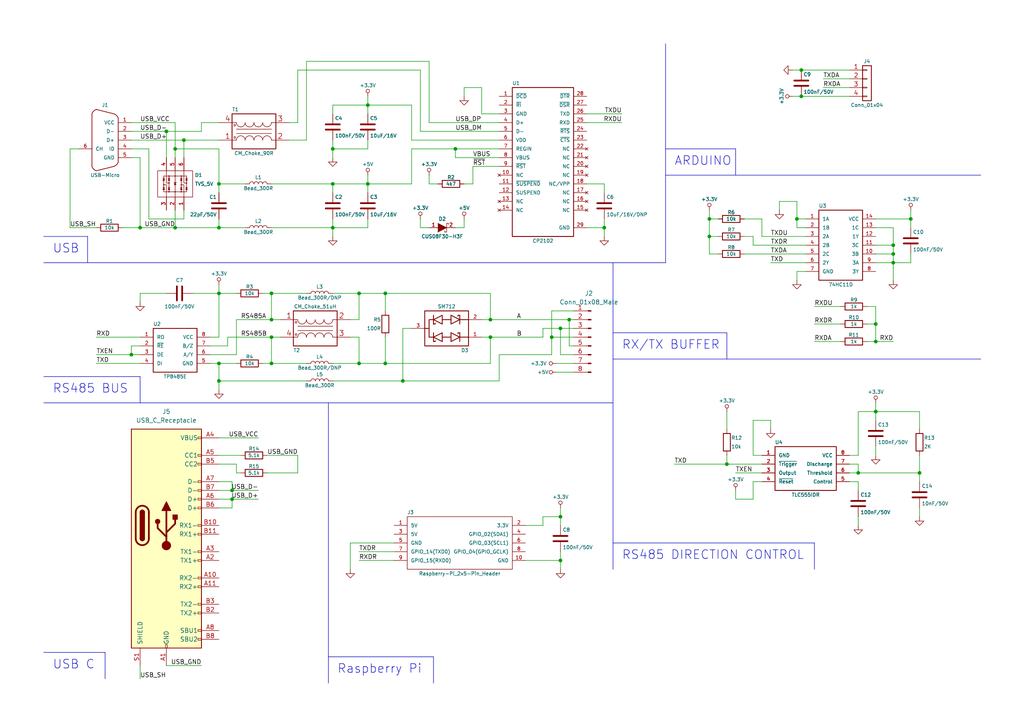
<source format=kicad_sch>
(kicad_sch (version 20230121) (generator eeschema)
  (paper "A4")
  (title_block (title "RS485 Hat V4") (date "2021-07-08") (rev "1"))
  (junction (at 210.82 134.62))
  (junction (at 254 99.06))
  (junction (at 205.74 63.5))
  (junction (at 63.5 53.34))
  (junction (at 63.5 85.09))
  (junction (at 116.84 110.49))
  (junction (at 162.56 149.86))
  (junction (at 142.24 92.71))
  (junction (at 106.68 53.34))
  (junction (at 63.5 105.41))
  (junction (at 78.74 85.09))
  (junction (at 248.92 137.16))
  (junction (at 96.52 66.04))
  (junction (at 259.08 73.66))
  (junction (at 104.14 85.09))
  (junction (at 205.74 68.58))
  (junction (at 266.7 137.16))
  (junction (at 78.74 92.71))
  (junction (at 50.8 43.18))
  (junction (at 264.16 63.5))
  (junction (at 40.64 66.04))
  (junction (at 254 93.98))
  (junction (at 259.08 76.2))
  (junction (at 259.08 71.12))
  (junction (at 67.31 142.24))
  (junction (at 232.41 27.94))
  (junction (at 96.52 53.34))
  (junction (at 106.68 30.48))
  (junction (at 232.41 20.32))
  (junction (at 162.56 162.56))
  (junction (at 162.56 95.25))
  (junction (at 53.34 40.64))
  (junction (at 38.1 102.87))
  (junction (at 48.26 38.1))
  (junction (at 111.76 105.41))
  (junction (at 142.24 97.79))
  (junction (at 160.02 97.79))
  (junction (at 67.31 144.78))
  (junction (at 50.8 66.04))
  (junction (at 104.14 105.41))
  (junction (at 165.1 92.71))
  (junction (at 63.5 110.49))
  (junction (at 78.74 97.79))
  (junction (at 175.26 66.04))
  (junction (at 96.52 43.18))
  (junction (at 132.08 43.18))
  (junction (at 254 119.38))
  (junction (at 231.14 63.5))
  (junction (at 63.5 66.04))
  (junction (at 78.74 105.41))
  (junction (at 111.76 85.09))
  (wire (pts (xy 20.32 43.18) (xy 20.32 66.04)))
  (wire (pts (xy 124.46 35.56) (xy 124.46 17.78)))
  (wire (pts (xy 162.56 160.02) (xy 162.56 162.56)))
  (wire (pts (xy 96.52 43.18) (xy 96.52 45.72)))
  (wire (pts (xy 96.52 105.41) (xy 104.14 105.41)))
  (wire (pts (xy 63.5 97.79) (xy 60.96 97.79)))
  (wire (pts (xy 63.5 85.09) (xy 68.58 85.09)))
  (polyline (pts (xy 213.36 50.8) (xy 213.36 43.18)))
  (wire (pts (xy 142.24 92.71) (xy 142.24 85.09)))
  (wire (pts (xy 205.74 73.66) (xy 208.28 73.66)))
  (wire (pts (xy 60.96 102.87) (xy 68.58 102.87)))
  (wire (pts (xy 96.52 30.48) (xy 106.68 30.48)))
  (wire (pts (xy 259.08 99.06) (xy 254 99.06)))
  (wire (pts (xy 236.22 99.06) (xy 243.84 99.06)))
  (wire (pts (xy 55.88 85.09) (xy 63.5 85.09)))
  (wire (pts (xy 175.26 66.04) (xy 175.26 63.5)))
  (wire (pts (xy 132.08 45.72) (xy 132.08 43.18)))
  (wire (pts (xy 236.22 93.98) (xy 243.84 93.98)))
  (wire (pts (xy 104.14 160.02) (xy 114.3 160.02)))
  (wire (pts (xy 63.5 134.62) (xy 68.58 134.62)))
  (wire (pts (xy 236.22 88.9) (xy 243.84 88.9)))
  (wire (pts (xy 218.44 68.58) (xy 218.44 71.12)))
  (wire (pts (xy 43.18 43.18) (xy 43.18 63.5)))
  (polyline (pts (xy 12.7 116.84) (xy 177.8 116.84)))
  (wire (pts (xy 96.52 33.02) (xy 96.52 30.48)))
  (wire (pts (xy 124.46 50.8) (xy 124.46 53.34)))
  (polyline (pts (xy 25.4 68.58) (xy 12.7 68.58)))
  (wire (pts (xy 226.06 58.42) (xy 226.06 60.96)))
  (wire (pts (xy 68.58 102.87) (xy 68.58 92.71)))
  (wire (pts (xy 96.52 40.64) (xy 96.52 43.18)))
  (wire (pts (xy 231.14 78.74) (xy 233.68 78.74)))
  (wire (pts (xy 266.7 137.16) (xy 266.7 139.7)))
  (wire (pts (xy 48.26 85.09) (xy 40.64 85.09)))
  (wire (pts (xy 139.7 25.4) (xy 134.62 25.4)))
  (wire (pts (xy 254 93.98) (xy 254 88.9)))
  (wire (pts (xy 121.92 20.32) (xy 121.92 38.1)))
  (wire (pts (xy 63.5 53.34) (xy 63.5 55.88)))
  (wire (pts (xy 116.84 110.49) (xy 144.78 110.49)))
  (wire (pts (xy 248.92 134.62) (xy 248.92 137.16)))
  (wire (pts (xy 223.52 121.92) (xy 223.52 124.46)))
  (wire (pts (xy 213.36 144.78) (xy 218.44 144.78)))
  (wire (pts (xy 86.36 137.16) (xy 86.36 132.08)))
  (wire (pts (xy 121.92 66.04) (xy 124.46 66.04)))
  (wire (pts (xy 161.29 105.41) (xy 166.37 105.41)))
  (wire (pts (xy 119.38 40.64) (xy 144.78 40.64)))
  (wire (pts (xy 220.98 63.5) (xy 215.9 63.5)))
  (wire (pts (xy 254 116.84) (xy 254 119.38)))
  (wire (pts (xy 259.08 66.04) (xy 254 66.04)))
  (wire (pts (xy 254 119.38) (xy 266.7 119.38)))
  (wire (pts (xy 144.78 33.02) (xy 139.7 33.02)))
  (wire (pts (xy 157.48 152.4) (xy 152.4 152.4)))
  (wire (pts (xy 114.3 157.48) (xy 101.6 157.48)))
  (wire (pts (xy 215.9 73.66) (xy 233.68 73.66)))
  (wire (pts (xy 88.9 40.64) (xy 83.82 40.64)))
  (wire (pts (xy 63.5 63.5) (xy 63.5 66.04)))
  (wire (pts (xy 218.44 71.12) (xy 233.68 71.12)))
  (wire (pts (xy 68.58 137.16) (xy 69.85 137.16)))
  (wire (pts (xy 160.02 90.17) (xy 166.37 90.17)))
  (wire (pts (xy 111.76 105.41) (xy 111.76 97.79)))
  (wire (pts (xy 106.68 53.34) (xy 106.68 55.88)))
  (wire (pts (xy 116.84 95.25) (xy 116.84 110.49)))
  (wire (pts (xy 106.68 53.34) (xy 96.52 53.34)))
  (wire (pts (xy 142.24 105.41) (xy 142.24 97.79)))
  (polyline (pts (xy 193.04 76.2) (xy 12.7 76.2)))
  (wire (pts (xy 20.32 66.04) (xy 27.94 66.04)))
  (wire (pts (xy 218.44 121.92) (xy 223.52 121.92)))
  (polyline (pts (xy 125.73 198.12) (xy 125.73 190.5)))
  (wire (pts (xy 231.14 63.5) (xy 233.68 63.5)))
  (wire (pts (xy 137.16 53.34) (xy 134.62 53.34)))
  (wire (pts (xy 251.46 99.06) (xy 254 99.06)))
  (wire (pts (xy 180.34 35.56) (xy 170.18 35.56)))
  (wire (pts (xy 63.5 139.7) (xy 67.31 139.7)))
  (wire (pts (xy 144.78 110.49) (xy 144.78 102.87)))
  (wire (pts (xy 40.64 45.72) (xy 38.1 45.72)))
  (polyline (pts (xy 193.04 76.2) (xy 193.04 12.7)))
  (wire (pts (xy 63.5 105.41) (xy 63.5 110.49)))
  (wire (pts (xy 205.74 63.5) (xy 205.74 68.58)))
  (wire (pts (xy 144.78 43.18) (xy 132.08 43.18)))
  (wire (pts (xy 50.8 35.56) (xy 38.1 35.56)))
  (wire (pts (xy 215.9 68.58) (xy 218.44 68.58)))
  (wire (pts (xy 238.76 25.4) (xy 246.38 25.4)))
  (wire (pts (xy 144.78 35.56) (xy 124.46 35.56)))
  (wire (pts (xy 160.02 102.87) (xy 160.02 97.79)))
  (wire (pts (xy 132.08 66.04) (xy 134.62 66.04)))
  (wire (pts (xy 162.56 147.32) (xy 162.56 149.86)))
  (wire (pts (xy 254 129.54) (xy 254 132.08)))
  (wire (pts (xy 246.38 134.62) (xy 248.92 134.62)))
  (wire (pts (xy 248.92 119.38) (xy 248.92 132.08)))
  (wire (pts (xy 266.7 119.38) (xy 266.7 124.46)))
  (wire (pts (xy 78.74 85.09) (xy 88.9 85.09)))
  (wire (pts (xy 124.46 17.78) (xy 88.9 17.78)))
  (wire (pts (xy 104.14 162.56) (xy 114.3 162.56)))
  (wire (pts (xy 208.28 63.5) (xy 205.74 63.5)))
  (wire (pts (xy 58.42 38.1) (xy 58.42 35.56)))
  (wire (pts (xy 248.92 137.16) (xy 266.7 137.16)))
  (wire (pts (xy 231.14 63.5) (xy 231.14 58.42)))
  (wire (pts (xy 218.44 132.08) (xy 218.44 121.92)))
  (wire (pts (xy 71.12 66.04) (xy 63.5 66.04)))
  (wire (pts (xy 229.87 20.32) (xy 232.41 20.32)))
  (wire (pts (xy 208.28 68.58) (xy 205.74 68.58)))
  (wire (pts (xy 233.68 66.04) (xy 231.14 66.04)))
  (wire (pts (xy 231.14 66.04) (xy 231.14 63.5)))
  (wire (pts (xy 106.68 30.48) (xy 106.68 33.02)))
  (wire (pts (xy 63.5 132.08) (xy 69.85 132.08)))
  (polyline (pts (xy 210.82 96.52) (xy 177.8 96.52)))
  (wire (pts (xy 166.37 102.87) (xy 162.56 102.87)))
  (wire (pts (xy 67.31 142.24) (xy 74.93 142.24)))
  (wire (pts (xy 48.26 193.04) (xy 58.42 193.04)))
  (wire (pts (xy 161.29 107.95) (xy 166.37 107.95)))
  (wire (pts (xy 162.56 149.86) (xy 157.48 149.86)))
  (wire (pts (xy 68.58 134.62) (xy 68.58 137.16)))
  (wire (pts (xy 63.5 43.18) (xy 63.5 53.34)))
  (wire (pts (xy 170.18 53.34) (xy 175.26 53.34)))
  (wire (pts (xy 259.08 73.66) (xy 259.08 71.12)))
  (wire (pts (xy 259.08 71.12) (xy 259.08 66.04)))
  (wire (pts (xy 111.76 85.09) (xy 142.24 85.09)))
  (wire (pts (xy 77.47 132.08) (xy 86.36 132.08)))
  (wire (pts (xy 111.76 105.41) (xy 142.24 105.41)))
  (wire (pts (xy 38.1 102.87) (xy 40.64 102.87)))
  (wire (pts (xy 27.94 97.79) (xy 40.64 97.79)))
  (wire (pts (xy 78.74 97.79) (xy 81.28 97.79)))
  (wire (pts (xy 67.31 147.32) (xy 67.31 144.78)))
  (wire (pts (xy 96.52 66.04) (xy 96.52 68.58)))
  (wire (pts (xy 180.34 33.02) (xy 170.18 33.02)))
  (wire (pts (xy 40.64 66.04) (xy 40.64 45.72)))
  (wire (pts (xy 121.92 63.5) (xy 121.92 66.04)))
  (wire (pts (xy 106.68 43.18) (xy 106.68 40.64)))
  (wire (pts (xy 53.34 63.5) (xy 53.34 60.96)))
  (wire (pts (xy 78.74 97.79) (xy 78.74 105.41)))
  (polyline (pts (xy 236.22 165.1) (xy 236.22 157.48)))
  (wire (pts (xy 157.48 97.79) (xy 157.48 95.25)))
  (wire (pts (xy 246.38 137.16) (xy 248.92 137.16)))
  (wire (pts (xy 38.1 102.87) (xy 38.1 100.33)))
  (wire (pts (xy 134.62 25.4) (xy 134.62 27.94)))
  (wire (pts (xy 210.82 119.38) (xy 210.82 124.46)))
  (wire (pts (xy 22.86 43.18) (xy 20.32 43.18)))
  (wire (pts (xy 63.5 66.04) (xy 50.8 66.04)))
  (wire (pts (xy 66.04 97.79) (xy 78.74 97.79)))
  (wire (pts (xy 48.26 38.1) (xy 58.42 38.1)))
  (polyline (pts (xy 213.36 43.18) (xy 193.04 43.18)))
  (wire (pts (xy 248.92 132.08) (xy 246.38 132.08)))
  (wire (pts (xy 96.52 43.18) (xy 106.68 43.18)))
  (wire (pts (xy 139.7 97.79) (xy 142.24 97.79)))
  (wire (pts (xy 134.62 66.04) (xy 134.62 63.5)))
  (wire (pts (xy 104.14 85.09) (xy 104.14 92.71)))
  (polyline (pts (xy 177.8 165.1) (xy 177.8 76.2)))
  (wire (pts (xy 104.14 92.71) (xy 101.6 92.71)))
  (wire (pts (xy 162.56 149.86) (xy 162.56 152.4)))
  (wire (pts (xy 101.6 157.48) (xy 101.6 165.1)))
  (wire (pts (xy 259.08 76.2) (xy 259.08 73.66)))
  (wire (pts (xy 53.34 40.64) (xy 63.5 40.64)))
  (wire (pts (xy 38.1 40.64) (xy 53.34 40.64)))
  (wire (pts (xy 231.14 81.28) (xy 231.14 78.74)))
  (polyline (pts (xy 193.04 50.8) (xy 284.48 50.8)))
  (wire (pts (xy 43.18 63.5) (xy 53.34 63.5)))
  (wire (pts (xy 78.74 105.41) (xy 88.9 105.41)))
  (wire (pts (xy 248.92 149.86) (xy 248.92 152.4)))
  (polyline (pts (xy 25.4 76.2) (xy 25.4 68.58)))
  (wire (pts (xy 104.14 105.41) (xy 111.76 105.41)))
  (wire (pts (xy 144.78 102.87) (xy 160.02 102.87)))
  (wire (pts (xy 231.14 58.42) (xy 226.06 58.42)))
  (wire (pts (xy 137.16 48.26) (xy 144.78 48.26)))
  (wire (pts (xy 38.1 43.18) (xy 43.18 43.18)))
  (polyline (pts (xy 40.64 109.22) (xy 12.7 109.22)))
  (wire (pts (xy 121.92 38.1) (xy 144.78 38.1)))
  (wire (pts (xy 96.52 63.5) (xy 96.52 66.04)))
  (wire (pts (xy 264.16 76.2) (xy 259.08 76.2)))
  (wire (pts (xy 106.68 30.48) (xy 119.38 30.48)))
  (wire (pts (xy 63.5 110.49) (xy 63.5 113.03)))
  (wire (pts (xy 78.74 92.71) (xy 81.28 92.71)))
  (wire (pts (xy 67.31 144.78) (xy 74.93 144.78)))
  (wire (pts (xy 254 119.38) (xy 254 121.92)))
  (polyline (pts (xy 210.82 104.14) (xy 210.82 96.52)))
  (wire (pts (xy 50.8 43.18) (xy 63.5 43.18)))
  (polyline (pts (xy 125.73 190.5) (xy 95.25 190.5)))
  (wire (pts (xy 166.37 100.33) (xy 165.1 100.33)))
  (wire (pts (xy 76.2 105.41) (xy 78.74 105.41)))
  (wire (pts (xy 218.44 132.08) (xy 220.98 132.08)))
  (wire (pts (xy 248.92 142.24) (xy 248.92 139.7)))
  (wire (pts (xy 96.52 110.49) (xy 116.84 110.49)))
  (wire (pts (xy 264.16 73.66) (xy 264.16 76.2)))
  (polyline (pts (xy 40.64 116.84) (xy 40.64 109.22)))
  (wire (pts (xy 111.76 85.09) (xy 111.76 90.17)))
  (polyline (pts (xy 236.22 157.48) (xy 177.8 157.48)))
  (wire (pts (xy 254 71.12) (xy 259.08 71.12)))
  (wire (pts (xy 175.26 68.58) (xy 175.26 66.04)))
  (wire (pts (xy 66.04 100.33) (xy 66.04 97.79)))
  (wire (pts (xy 77.47 137.16) (xy 86.36 137.16)))
  (wire (pts (xy 232.41 27.94) (xy 229.87 27.94)))
  (wire (pts (xy 63.5 110.49) (xy 88.9 110.49)))
  (wire (pts (xy 119.38 53.34) (xy 119.38 43.18)))
  (wire (pts (xy 40.64 193.04) (xy 40.64 196.85)))
  (wire (pts (xy 142.24 92.71) (xy 165.1 92.71)))
  (wire (pts (xy 27.94 102.87) (xy 38.1 102.87)))
  (wire (pts (xy 76.2 85.09) (xy 78.74 85.09)))
  (wire (pts (xy 213.36 142.24) (xy 213.36 144.78)))
  (wire (pts (xy 170.18 66.04) (xy 175.26 66.04)))
  (wire (pts (xy 119.38 43.18) (xy 132.08 43.18)))
  (wire (pts (xy 264.16 60.96) (xy 264.16 63.5)))
  (wire (pts (xy 63.5 147.32) (xy 67.31 147.32)))
  (wire (pts (xy 60.96 105.41) (xy 63.5 105.41)))
  (wire (pts (xy 162.56 162.56) (xy 162.56 165.1)))
  (wire (pts (xy 139.7 33.02) (xy 139.7 25.4)))
  (wire (pts (xy 254 99.06) (xy 254 93.98)))
  (wire (pts (xy 96.52 53.34) (xy 78.74 53.34)))
  (wire (pts (xy 58.42 35.56) (xy 63.5 35.56)))
  (wire (pts (xy 266.7 147.32) (xy 266.7 149.86)))
  (wire (pts (xy 175.26 53.34) (xy 175.26 55.88)))
  (wire (pts (xy 38.1 38.1) (xy 48.26 38.1)))
  (wire (pts (xy 160.02 97.79) (xy 166.37 97.79)))
  (wire (pts (xy 63.5 82.55) (xy 63.5 85.09)))
  (wire (pts (xy 137.16 48.26) (xy 137.16 53.34)))
  (wire (pts (xy 165.1 100.33) (xy 165.1 92.71)))
  (wire (pts (xy 266.7 132.08) (xy 266.7 137.16)))
  (wire (pts (xy 205.74 68.58) (xy 205.74 73.66)))
  (wire (pts (xy 119.38 30.48) (xy 119.38 40.64)))
  (wire (pts (xy 40.64 105.41) (xy 27.94 105.41)))
  (wire (pts (xy 60.96 100.33) (xy 66.04 100.33)))
  (wire (pts (xy 142.24 97.79) (xy 157.48 97.79)))
  (wire (pts (xy 63.5 53.34) (xy 71.12 53.34)))
  (wire (pts (xy 162.56 102.87) (xy 162.56 95.25)))
  (wire (pts (xy 157.48 95.25) (xy 162.56 95.25)))
  (wire (pts (xy 78.74 85.09) (xy 78.74 92.71)))
  (wire (pts (xy 205.74 60.96) (xy 205.74 63.5)))
  (wire (pts (xy 96.52 55.88) (xy 96.52 53.34)))
  (wire (pts (xy 88.9 17.78) (xy 88.9 40.64)))
  (wire (pts (xy 232.41 27.94) (xy 246.38 27.94)))
  (wire (pts (xy 220.98 137.16) (xy 213.36 137.16)))
  (polyline (pts (xy 284.48 104.14) (xy 177.8 104.14)))
  (wire (pts (xy 104.14 97.79) (xy 104.14 105.41)))
  (wire (pts (xy 50.8 35.56) (xy 50.8 43.18)))
  (wire (pts (xy 152.4 162.56) (xy 162.56 162.56)))
  (wire (pts (xy 248.92 119.38) (xy 254 119.38)))
  (wire (pts (xy 104.14 85.09) (xy 111.76 85.09)))
  (wire (pts (xy 165.1 92.71) (xy 166.37 92.71)))
  (wire (pts (xy 248.92 139.7) (xy 246.38 139.7)))
  (wire (pts (xy 162.56 95.25) (xy 166.37 95.25)))
  (wire (pts (xy 116.84 95.25) (xy 119.38 95.25)))
  (wire (pts (xy 195.58 134.62) (xy 210.82 134.62)))
  (wire (pts (xy 48.26 38.1) (xy 48.26 45.72)))
  (wire (pts (xy 124.46 53.34) (xy 127 53.34)))
  (wire (pts (xy 106.68 27.94) (xy 106.68 30.48)))
  (wire (pts (xy 63.5 142.24) (xy 67.31 142.24)))
  (polyline (pts (xy 30.48 189.23) (xy 12.7 189.23)))
  (polyline (pts (xy 95.25 198.12) (xy 95.25 116.84)))
  (wire (pts (xy 35.56 66.04) (xy 40.64 66.04)))
  (wire (pts (xy 53.34 40.64) (xy 53.34 45.72)))
  (wire (pts (xy 106.68 50.8) (xy 106.68 53.34)))
  (wire (pts (xy 254 73.66) (xy 259.08 73.66)))
  (wire (pts (xy 40.64 85.09) (xy 40.64 87.63)))
  (wire (pts (xy 96.52 85.09) (xy 104.14 85.09)))
  (wire (pts (xy 106.68 63.5) (xy 106.68 66.04)))
  (wire (pts (xy 139.7 92.71) (xy 142.24 92.71)))
  (wire (pts (xy 160.02 97.79) (xy 160.02 90.17)))
  (wire (pts (xy 78.74 66.04) (xy 96.52 66.04)))
  (wire (pts (xy 63.5 144.78) (xy 67.31 144.78)))
  (wire (pts (xy 68.58 92.71) (xy 78.74 92.71)))
  (polyline (pts (xy 30.48 196.85) (xy 30.48 189.23)))
  (wire (pts (xy 259.08 81.28) (xy 259.08 76.2)))
  (wire (pts (xy 106.68 53.34) (xy 119.38 53.34)))
  (wire (pts (xy 63.5 105.41) (xy 68.58 105.41)))
  (wire (pts (xy 83.82 35.56) (xy 86.36 35.56)))
  (wire (pts (xy 50.8 66.04) (xy 40.64 66.04)))
  (wire (pts (xy 67.31 139.7) (xy 67.31 142.24)))
  (wire (pts (xy 220.98 139.7) (xy 218.44 139.7)))
  (wire (pts (xy 50.8 45.72) (xy 50.8 43.18)))
  (wire (pts (xy 223.52 76.2) (xy 233.68 76.2)))
  (wire (pts (xy 210.82 132.08) (xy 210.82 134.62)))
  (wire (pts (xy 251.46 93.98) (xy 254 93.98)))
  (wire (pts (xy 264.16 63.5) (xy 254 63.5)))
  (wire (pts (xy 254 76.2) (xy 259.08 76.2)))
  (wire (pts (xy 50.8 66.04) (xy 50.8 60.96)))
  (wire (pts (xy 63.5 85.09) (xy 63.5 97.79)))
  (wire (pts (xy 254 88.9) (xy 251.46 88.9)))
  (wire (pts (xy 220.98 68.58) (xy 220.98 63.5)))
  (wire (pts (xy 38.1 100.33) (xy 40.64 100.33)))
  (wire (pts (xy 132.08 45.72) (xy 144.78 45.72)))
  (wire (pts (xy 210.82 134.62) (xy 220.98 134.62)))
  (wire (pts (xy 264.16 63.5) (xy 264.16 66.04)))
  (wire (pts (xy 86.36 20.32) (xy 121.92 20.32)))
  (wire (pts (xy 232.41 20.32) (xy 246.38 20.32)))
  (wire (pts (xy 106.68 66.04) (xy 96.52 66.04)))
  (wire (pts (xy 157.48 149.86) (xy 157.48 152.4)))
  (wire (pts (xy 86.36 35.56) (xy 86.36 20.32)))
  (wire (pts (xy 63.5 127) (xy 74.93 127)))
  (wire (pts (xy 238.76 22.86) (xy 246.38 22.86)))
  (wire (pts (xy 218.44 144.78) (xy 218.44 139.7)))
  (wire (pts (xy 101.6 97.79) (xy 104.14 97.79)))
  (wire (pts (xy 220.98 68.58) (xy 233.68 68.58)))
  (text "Raspberry Pi" (at 97.79 195.58 0) (effects (font (size 2.54 2.54)) (justify left bottom)))
  (text "RS485 BUS" (at 15.24 114.3 0) (effects (font (size 2.54 2.54)) (justify left bottom)))
  (text "ARDUINO" (at 195.58 48.26 0) (effects (font (size 2.54 2.54)) (justify left bottom)))
  (text "RX/TX BUFFER" (at 180.34 101.6 0) (effects (font (size 2.54 2.54)) (justify left bottom)))
  (text "USB C" (at 15.24 194.31 0) (effects (font (size 2.54 2.54)) (justify left bottom)))
  (text "USB" (at 15.24 73.66 0) (effects (font (size 2.54 2.54)) (justify left bottom)))
  (text "RS485 DIRECTION CONTROL" (at 180.34 162.56 0) (effects (font (size 2.54 2.54)) (justify left bottom)))
  (label "USB_VCC" (at 40.64 35.56 0))
  (label "USB_GND" (at 58.42 193.04 180))
  (label "TXDU" (at 180.34 33.02 180))
  (label "RXD" (at 259.08 99.06 180))
  (label "RS485B" (at 69.85 97.79 0))
  (label "USB_D-" (at 74.93 142.24 180))
  (label "USB_DP" (at 132.08 35.56 0))
  (label "B" (at 149.86 97.79 0))
  (label "RXDR" (at 236.22 93.98 0))
  (label "USB_GND" (at 86.36 132.08 180))
  (label "VBUS" (at 137.16 45.72 0))
  (label "USB_D+" (at 40.64 40.64 0))
  (label "USB_GND" (at 41.91 66.04 0))
  (label "TXEN" (at 27.94 102.87 0))
  (label "RXDA" (at 236.22 99.06 0))
  (label "TXD" (at 223.52 76.2 0))
  (label "USB_D+" (at 74.93 144.78 180))
  (label "RXDA" (at 238.76 25.4 0))
  (label "RS485A" (at 69.85 92.71 0))
  (label "TXDA" (at 223.52 73.66 0))
  (label "RXD" (at 27.94 97.79 0))
  (label "TXDA" (at 238.76 22.86 0))
  (label "~{RST}" (at 137.16 48.26 0))
  (label "TXD" (at 27.94 105.41 0))
  (label "RXDR" (at 104.14 162.56 0))
  (label "TXDU" (at 223.52 68.58 0))
  (label "TXDR" (at 104.14 160.02 0))
  (label "A" (at 149.86 92.71 0))
  (label "TXDR" (at 223.52 71.12 0))
  (label "RXDU" (at 236.22 88.9 0))
  (label "TXD" (at 195.58 134.62 0))
  (label "TXEN" (at 213.36 137.16 0))
  (label "USB_DM" (at 132.08 38.1 0))
  (label "RXDU" (at 180.34 35.56 180))
  (label "USB_D-" (at 40.64 38.1 0))
  (label "USB_VCC" (at 74.93 127 180))
  (label "USB_SH" (at 20.32 66.04 0))
  (label "USB_SH" (at 40.64 196.85 0))
  (symbol (lib_id "Celebi:capacitor") (at 52.07 85.09 0) (unit 1)
    (property "Reference" "C7" (at 52.07 81.28 0) (effects (font (size 1.016 1.016))))
    (property "Value" "100nF/50V" (at 52.07 88.9 0) (effects (font (size 1.016 1.016))))
    (property "Footprint" "Celebi:SM0603C" (effects hide))
    (property "Tolerance" "10%" (effects hide))
    (property "Power" "_" (effects hide))
    (property "Manufacturer" "Samsung" (effects hide))
    (property "PartNumber" "CL10B104KB8WPNC" (effects hide))
    (property "Digikey" "1276-6854-1-ND" (effects hide))
    (property "LCSC" "C307348" (effects hide))
  )
  (symbol (lib_id "Celebi:TP8485E") (at 50.8 101.6 0) (unit 1)
    (property "Reference" "U2" (at 44.45 93.98 0) (effects (font (size 1.016 1.016)) (justify left)))
    (property "Value" "TP8485E" (at 50.8 109.22 0) (effects (font (size 1.016 1.016))))
    (property "Footprint" "Celebi:SO8_4x5_P1.27mm" (effects hide))
    (property "Tolerance" "_" (effects hide))
    (property "Power" "_" (effects hide))
    (property "Manufacturer" "3Peak" (effects hide))
    (property "PartNumber" "TP8485E-SR" (effects hide))
    (property "Digikey" "!MAX485ESA+TCT-ND" (effects hide))
    (property "LCSC" "C94206" (effects hide))
  )
  (symbol (lib_id "Celebi:GND") (at 63.5 113.03 0) (unit 1)
    (property "Reference" "#PWR019" (effects hide))
    (property "Value" "GND" (effects hide))
  )
  (symbol (lib_id "Celebi:resistor") (at 72.39 85.09 0) (unit 1)
    (property "Reference" "R3" (at 72.39 83.185 0) (effects (font (size 1.016 1.016))))
    (property "Value" "10k" (at 72.39 85.09 0) (effects (font (size 1.016 1.016))))
    (property "Footprint" "Celebi:SM0603" (effects hide))
    (property "Tolerance" "1%" (effects hide))
    (property "Power" "1/10W" (effects hide))
    (property "Manufacturer" "Yageo" (effects hide))
    (property "PartNumber" "RC0603FR-0710KL" (effects hide))
    (property "Digikey" "311-10.0KHRCT-ND" (effects hide))
    (property "LCSC" "C98220" (effects hide))
  )
  (symbol (lib_id "Celebi:resistor") (at 72.39 105.41 0) (unit 1)
    (property "Reference" "R4" (at 72.39 103.505 0) (effects (font (size 1.016 1.016))))
    (property "Value" "10k" (at 72.39 105.41 0) (effects (font (size 1.016 1.016))))
    (property "Footprint" "Celebi:SM0603" (effects hide))
    (property "Tolerance" "1%" (effects hide))
    (property "Power" "1/10W" (effects hide))
    (property "Manufacturer" "Yageo" (effects hide))
    (property "PartNumber" "RC0603FR-0710KL" (effects hide))
    (property "Digikey" "311-10.0KHRCT-ND" (effects hide))
    (property "LCSC" "C98220" (effects hide))
  )
  (symbol (lib_id "Celebi:+5V") (at 106.68 50.8 0) (unit 1)
    (property "Reference" "#PWR017" (effects hide))
    (property "Value" "+5V" (at 106.68 47.625 0) (effects (font (size 1.016 1.016))))
  )
  (symbol (lib_id "Celebi:GND") (at 40.64 87.63 0) (unit 1)
    (property "Reference" "#PWR018" (effects hide))
    (property "Value" "GND" (effects hide))
  )
  (symbol (lib_id "Celebi:Choke-CM-CNSW") (at 91.44 95.25 0) (mirror x) (unit 1)
    (property "Reference" "T2" (at 85.09 101.6 0) (effects (font (size 1.016 1.016)) (justify left)))
    (property "Value" "CM_Choke_51uH" (at 91.44 88.9 0) (effects (font (size 1.016 1.016))))
    (property "Footprint" "Celebi:tr-smd-WE-CNSW_1812" (effects hide))
    (property "Tolerance" "_" (effects hide))
    (property "Power" "0.23A" (effects hide))
    (property "Manufacturer" "Sunlord" (effects hide))
    (property "PartNumber" "ACW4532B-2-510TF" (effects hide))
    (property "Digikey" "!732-7290-1-ND" (effects hide))
    (property "LCSC" "C369764" (effects hide))
  )
  (symbol (lib_id "Celebi:resistor") (at 111.76 93.98 90) (mirror x) (unit 1)
    (property "Reference" "R5" (at 110.49 92.71 90) (effects (font (size 1.016 1.016)) (justify left)))
    (property "Value" "100R" (at 110.49 95.25 90) (effects (font (size 1.016 1.016)) (justify left)))
    (property "Footprint" "Celebi:SM0603" (effects hide))
    (property "Tolerance" "1%" (effects hide))
    (property "Power" "1/10W" (effects hide))
    (property "Manufacturer" "Yageo" (effects hide))
    (property "PartNumber" "RC0603FR-07100RL" (effects hide))
    (property "Digikey" "311-100HRCT-ND" (effects hide))
    (property "LCSC" "C105588" (effects hide))
  )
  (symbol (lib_id "Celebi:SM712") (at 129.54 95.25 180) (unit 1)
    (property "Reference" "D3" (at 135.89 101.6 0) (effects (font (size 1.016 1.016)) (justify left)))
    (property "Value" "SM712" (at 129.54 88.9 0) (effects (font (size 1.016 1.016))))
    (property "Footprint" "Celebi:SOT23-3" (effects hide))
    (property "Tolerance" "_" (effects hide))
    (property "Power" "400W" (effects hide))
    (property "Manufacturer" "DOWO" (effects hide))
    (property "PartNumber" "SM712" (effects hide))
    (property "Digikey" "!F6450CT-ND" (effects hide))
    (property "LCSC" "C293966" (effects hide))
  )
  (symbol (lib_id "Celebi:inductor") (at 92.71 85.09 0) (unit 1)
    (property "Reference" "L3" (at 92.71 83.185 0) (effects (font (size 1.016 1.016))))
    (property "Value" "Bead_300R/DNP" (at 92.71 86.36 0) (effects (font (size 1.016 1.016))))
    (property "Footprint" "Celebi:SM0603L" (effects hide))
    (property "Tolerance" "25%" (effects hide))
    (property "Power" "1.5A" (effects hide))
    (property "Manufacturer" "Guangdong_Fenghua_Advanced_Tech" (effects hide))
    (property "PartNumber" "CBM160808U301T" (effects hide))
    (property "Digikey" "!732-1592-1-ND" (effects hide))
    (property "LCSC" "C139165" (effects hide))
  )
  (symbol (lib_id "Celebi:inductor") (at 92.71 105.41 0) (unit 1)
    (property "Reference" "L4" (at 92.71 103.505 0) (effects (font (size 1.016 1.016))))
    (property "Value" "Bead_300R/DNP" (at 92.71 106.68 0) (effects (font (size 1.016 1.016))))
    (property "Footprint" "Celebi:SM0603L" (effects hide))
    (property "Tolerance" "25%" (effects hide))
    (property "Power" "1.5A" (effects hide))
    (property "Manufacturer" "Guangdong_Fenghua_Advanced_Tech" (effects hide))
    (property "PartNumber" "CBM160808U301T" (effects hide))
    (property "Digikey" "!732-1592-1-ND" (effects hide))
    (property "LCSC" "C139165" (effects hide))
  )
  (symbol (lib_id "Celebi:Conn_01x04") (at 251.46 24.13 0) (unit 1)
    (property "Reference" "J4" (at 251.46 17.78 0) (effects (font (size 1.016 1.016))))
    (property "Value" "Conn_01x04" (at 251.46 30.48 0) (effects (font (size 1.016 1.016))))
    (property "Footprint" "Connector_PinHeader_2.54mm:PinHeader_1x04_P2.54mm_Vertical" (effects hide))
    (property "Tolerance" "_" (effects hide))
    (property "Power" "3A" (effects hide))
    (property "Manufacturer" "Ckmtw" (effects hide))
    (property "PartNumber" "B-2100S04P-A110" (effects hide))
    (property "Digikey" "_" (effects hide))
    (property "LCSC" "C124378" (effects hide))
  )
  (symbol (lib_id "Celebi:Raspberry-Pi4_Reverse_10P") (at 133.35 157.48 0) (unit 1)
    (property "Reference" "J3" (at 118.11 148.59 0) (effects (font (size 1.016 1.016)) (justify left)))
    (property "Value" "Raspberry-Pi_2x5-Pin_Header" (at 133.35 166.37 0) (effects (font (size 1.016 1.016))))
    (property "Footprint" "Celebi:con-WR-PHD-61031021821" (effects hide))
    (property "Tolerance" "_" (effects hide))
    (property "Power" "_" (effects hide))
    (property "Manufacturer" "Boomele" (effects hide))
    (property "PartNumber" "C261072" (effects hide))
    (property "Digikey" "_" (effects hide))
    (property "LCSC" "C261072" (effects hide))
  )
  (symbol (lib_id "Celebi:resistor") (at 212.09 63.5 0) (unit 1)
    (property "Reference" "R6" (at 212.09 61.595 0) (effects (font (size 1.016 1.016))))
    (property "Value" "10k" (at 212.09 63.5 0) (effects (font (size 1.016 1.016))))
    (property "Footprint" "Celebi:SM0603" (effects hide))
    (property "Tolerance" "1%" (effects hide))
    (property "Power" "1/10W" (effects hide))
    (property "Manufacturer" "Yageo" (effects hide))
    (property "PartNumber" "RC0603FR-0710KL" (effects hide))
    (property "Digikey" "311-10.0KHRCT-ND" (effects hide))
    (property "LCSC" "C98220" (effects hide))
  )
  (symbol (lib_id "Celebi:capacitor") (at 162.56 156.21 270) (unit 1)
    (property "Reference" "C8" (at 163.195 153.67 90) (effects (font (size 1.016 1.016)) (justify left)))
    (property "Value" "100nF/50V" (at 163.195 158.75 90) (effects (font (size 1.016 1.016)) (justify left)))
    (property "Footprint" "Celebi:SM0603C" (effects hide))
    (property "Tolerance" "10%" (effects hide))
    (property "Power" "_" (effects hide))
    (property "Manufacturer" "Samsung" (effects hide))
    (property "PartNumber" "CL10B104KB8WPNC" (effects hide))
    (property "Digikey" "1276-6854-1-ND" (effects hide))
    (property "LCSC" "C307348" (effects hide))
  )
  (symbol (lib_id "Celebi:GND") (at 162.56 165.1 0) (mirror y) (unit 1)
    (property "Reference" "#PWR0104" (effects hide))
    (property "Value" "GND" (effects hide))
  )
  (symbol (lib_id "Celebi:Diode-Schottky") (at 128.27 66.04 0) (unit 1)
    (property "Reference" "D2" (at 128.27 63.5 0) (effects (font (size 1.016 1.016))))
    (property "Value" "CUS08F30-H3F" (at 128.27 68.58 0) (effects (font (size 1.016 1.016))))
    (property "Footprint" "Celebi:SOD323" (effects hide))
    (property "Tolerance" "_" (effects hide))
    (property "Power" "0.8A" (effects hide))
    (property "Manufacturer" "Toshiba" (effects hide))
    (property "PartNumber" "CUS08F30-H3F" (effects hide))
    (property "Digikey" "CUS08F30H3FCT-ND" (effects hide))
    (property "LCSC" "C150183" (effects hide))
  )
  (symbol (lib_id "Celebi:capacitor") (at 106.68 59.69 270) (unit 1)
    (property "Reference" "C3" (at 107.315 57.15 90) (effects (font (size 1.016 1.016)) (justify left)))
    (property "Value" "10uF/16V" (at 107.315 62.23 90) (effects (font (size 1.016 1.016)) (justify left)))
    (property "Footprint" "Celebi:SM0805C" (effects hide))
    (property "Tolerance" "10%" (effects hide))
    (property "Power" "_" (effects hide))
    (property "Manufacturer" "Samsung" (effects hide))
    (property "PartNumber" "CL21B106KOQNNNE" (effects hide))
    (property "Digikey" "1276-2872-1-ND" (effects hide))
    (property "LCSC" "C95841" (effects hide))
  )
  (symbol (lib_id "Celebi:resistor") (at 212.09 68.58 0) (unit 1)
    (property "Reference" "R7" (at 212.09 66.675 0) (effects (font (size 1.016 1.016))))
    (property "Value" "10k" (at 212.09 68.58 0) (effects (font (size 1.016 1.016))))
    (property "Footprint" "Celebi:SM0603" (effects hide))
    (property "Tolerance" "1%" (effects hide))
    (property "Power" "1/10W" (effects hide))
    (property "Manufacturer" "Yageo" (effects hide))
    (property "PartNumber" "RC0603FR-0710KL" (effects hide))
    (property "Digikey" "311-10.0KHRCT-ND" (effects hide))
    (property "LCSC" "C98220" (effects hide))
  )
  (symbol (lib_id "Celebi:GND") (at 101.6 165.1 0) (mirror y) (unit 1)
    (property "Reference" "#PWR0105" (effects hide))
    (property "Value" "GND" (effects hide))
  )
  (symbol (lib_id "Celebi:resistor") (at 212.09 73.66 0) (unit 1)
    (property "Reference" "R8" (at 212.09 71.755 0) (effects (font (size 1.016 1.016))))
    (property "Value" "10k" (at 212.09 73.66 0) (effects (font (size 1.016 1.016))))
    (property "Footprint" "Celebi:SM0603" (effects hide))
    (property "Tolerance" "1%" (effects hide))
    (property "Power" "1/10W" (effects hide))
    (property "Manufacturer" "Yageo" (effects hide))
    (property "PartNumber" "RC0603FR-0710KL" (effects hide))
    (property "Digikey" "311-10.0KHRCT-ND" (effects hide))
    (property "LCSC" "C98220" (effects hide))
  )
  (symbol (lib_id "Celebi:+5V") (at 134.62 63.5 0) (unit 1)
    (property "Reference" "#PWR0111" (effects hide))
    (property "Value" "+5V" (at 134.62 60.325 0) (effects (font (size 1.016 1.016))))
  )
  (symbol (lib_id "Celebi:+3.3V") (at 121.92 63.5 0) (unit 1)
    (property "Reference" "#PWR0112" (effects hide))
    (property "Value" "+3.3V" (at 121.92 60.325 0) (effects (font (size 1.016 1.016))))
  )
  (symbol (lib_id "Celebi:+3.3V") (at 205.74 60.96 0) (unit 1)
    (property "Reference" "#PWR0110" (effects hide))
    (property "Value" "+3.3V" (at 205.74 57.785 0) (effects (font (size 1.016 1.016))))
  )
  (symbol (lib_id "Celebi:capacitor") (at 96.52 36.83 270) (unit 1)
    (property "Reference" "C4" (at 97.155 34.29 90) (effects (font (size 1.016 1.016)) (justify left)))
    (property "Value" "100nF/50V" (at 97.155 39.37 90) (effects (font (size 1.016 1.016)) (justify left)))
    (property "Footprint" "Celebi:SM0603C" (effects hide))
    (property "Tolerance" "10%" (effects hide))
    (property "Power" "_" (effects hide))
    (property "Manufacturer" "Samsung" (effects hide))
    (property "PartNumber" "CL10B104KB8WPNC" (effects hide))
    (property "Digikey" "1276-6854-1-ND" (effects hide))
    (property "LCSC" "C307348" (effects hide))
  )
  (symbol (lib_id "Celebi:capacitor") (at 106.68 36.83 270) (unit 1)
    (property "Reference" "C5" (at 107.315 34.29 90) (effects (font (size 1.016 1.016)) (justify left)))
    (property "Value" "10uF/16V" (at 107.315 39.37 90) (effects (font (size 1.016 1.016)) (justify left)))
    (property "Footprint" "Celebi:SM0805C" (effects hide))
    (property "Tolerance" "10%" (effects hide))
    (property "Power" "_" (effects hide))
    (property "Manufacturer" "Samsung" (effects hide))
    (property "PartNumber" "CL21B106KOQNNNE" (effects hide))
    (property "Digikey" "1276-2872-1-ND" (effects hide))
    (property "LCSC" "C95841" (effects hide))
  )
  (symbol (lib_id "Celebi:GND") (at 96.52 45.72 0) (mirror y) (unit 1)
    (property "Reference" "#PWR0129" (effects hide))
    (property "Value" "GND" (effects hide))
  )
  (symbol (lib_id "Celebi:resistor") (at 31.75 66.04 0) (unit 1)
    (property "Reference" "R1" (at 31.75 64.135 0) (effects (font (size 1.016 1.016))))
    (property "Value" "10k" (at 31.75 66.04 0) (effects (font (size 1.016 1.016))))
    (property "Footprint" "Celebi:SM0603" (effects hide))
    (property "Tolerance" "1%" (effects hide))
    (property "Power" "1/10W" (effects hide))
    (property "Manufacturer" "Yageo" (effects hide))
    (property "PartNumber" "RC0603FR-0710KL" (effects hide))
    (property "Digikey" "311-10.0KHRCT-ND" (effects hide))
    (property "LCSC" "C98220" (effects hide))
  )
  (symbol (lib_id "Celebi:capacitor") (at 175.26 59.69 270) (unit 1)
    (property "Reference" "C6" (at 175.895 57.15 90) (effects (font (size 1.016 1.016)) (justify left)))
    (property "Value" "10uF/16V/DNP" (at 175.895 62.23 90) (effects (font (size 1.016 1.016)) (justify left)))
    (property "Footprint" "Celebi:SM0805C" (effects hide))
    (property "Tolerance" "10%" (effects hide))
    (property "Power" "_" (effects hide))
    (property "Manufacturer" "Samsung" (effects hide))
    (property "PartNumber" "CL21B106KOQNNNE" (effects hide))
    (property "Digikey" "1276-2872-1-ND" (effects hide))
    (property "LCSC" "C95841" (effects hide))
  )
  (symbol (lib_id "Celebi:GND") (at 175.26 68.58 0) (mirror y) (unit 1)
    (property "Reference" "#PWR0131" (effects hide))
    (property "Value" "GND" (effects hide))
  )
  (symbol (lib_id "Celebi:resistor") (at 130.81 53.34 0) (mirror y) (unit 1)
    (property "Reference" "R2" (at 130.81 51.435 0) (effects (font (size 1.016 1.016))))
    (property "Value" "4k7" (at 130.81 53.34 0) (effects (font (size 1.016 1.016))))
    (property "Footprint" "Celebi:SM0603" (effects hide))
    (property "Tolerance" "1%" (effects hide))
    (property "Power" "1/10W" (effects hide))
    (property "Manufacturer" "Yageo" (effects hide))
    (property "PartNumber" "RC0603FR-074K7L" (effects hide))
    (property "Digikey" "311-4.70KHRCT-ND" (effects hide))
    (property "LCSC" "C99782" (effects hide))
  )
  (symbol (lib_id "Celebi:+3.3V") (at 106.68 27.94 0) (unit 1)
    (property "Reference" "#PWR0106" (effects hide))
    (property "Value" "+3.3V" (at 106.68 24.765 0) (effects (font (size 1.016 1.016))))
  )
  (symbol (lib_id "Celebi:+3.3V") (at 162.56 147.32 0) (unit 1)
    (property "Reference" "#PWR0107" (effects hide))
    (property "Value" "+3.3V" (at 162.56 144.145 0) (effects (font (size 1.016 1.016))))
  )
  (symbol (lib_id "Celebi:+3.3V") (at 229.87 27.94 90) (unit 1)
    (property "Reference" "#PWR0108" (effects hide))
    (property "Value" "+3.3V" (at 226.695 27.94 0) (effects (font (size 1.016 1.016))))
  )
  (symbol (lib_id "Celebi:+3.3V") (at 124.46 50.8 0) (unit 1)
    (property "Reference" "#PWR0109" (effects hide))
    (property "Value" "+3.3V" (at 124.46 47.625 0) (effects (font (size 1.016 1.016))))
  )
  (symbol (lib_id "Celebi:+3.3V") (at 63.5 82.55 0) (unit 1)
    (property "Reference" "#PWR0101" (effects hide))
    (property "Value" "+3.3V" (at 63.5 79.375 0) (effects (font (size 1.016 1.016))))
  )
  (symbol (lib_id "Celebi:inductor") (at 92.71 110.49 0) (unit 1)
    (property "Reference" "L5" (at 92.71 108.585 0) (effects (font (size 1.016 1.016))))
    (property "Value" "Bead_300R" (at 92.71 111.76 0) (effects (font (size 1.016 1.016))))
    (property "Footprint" "Celebi:SM0603L" (effects hide))
    (property "Tolerance" "25%" (effects hide))
    (property "Power" "1.5A" (effects hide))
    (property "Manufacturer" "Guangdong_Fenghua_Advanced_Tech" (effects hide))
    (property "PartNumber" "CBM160808U301T" (effects hide))
    (property "Digikey" "!732-1592-1-ND" (effects hide))
    (property "LCSC" "C139165" (effects hide))
  )
  (symbol (lib_id "Celebi:744231091") (at 73.66 38.1 0) (unit 1)
    (property "Reference" "T1" (at 67.31 31.75 0) (effects (font (size 1.016 1.016)) (justify left)))
    (property "Value" "CM_Choke_90R" (at 73.66 44.45 0) (effects (font (size 1.016 1.016))))
    (property "Footprint" "Celebi:tr-smd-WE-CNSW_0805" (effects hide))
    (property "Tolerance" "_" (effects hide))
    (property "Power" "0.37A" (effects hide))
    (property "Manufacturer" "Sunlord" (effects hide))
    (property "PartNumber" "SDCW2012-2-900TF" (effects hide))
    (property "Digikey" "!732-3198-1-ND" (effects hide))
    (property "LCSC" "C54888" (effects hide))
  )
  (symbol (lib_id "Celebi:824015") (at 50.8 53.34 270) (mirror x) (unit 1)
    (property "Reference" "D1" (at 56.515 50.8 90) (effects (font (size 1.016 1.016)) (justify left)))
    (property "Value" "TVS_5V" (at 56.515 53.34 90) (effects (font (size 1.016 1.016)) (justify left)))
    (property "Footprint" "Celebi:SOT23-6L" (effects hide))
    (property "Tolerance" "_" (effects hide))
    (property "Power" "_" (effects hide))
    (property "Manufacturer" "Tech_Public" (effects hide))
    (property "PartNumber" "TPIP4220CZ6" (effects hide))
    (property "Digikey" "!1727-2751-1-ND" (effects hide))
    (property "LCSC" "C558417" (effects hide))
  )
  (symbol (lib_id "Celebi:GND") (at 96.52 68.58 0) (mirror y) (unit 1)
    (property "Reference" "#PWR0102" (effects hide))
    (property "Value" "GND" (effects hide))
  )
  (symbol (lib_id "Celebi:inductor") (at 74.93 53.34 0) (mirror y) (unit 1)
    (property "Reference" "L1" (at 74.93 51.435 0) (effects (font (size 1.016 1.016))))
    (property "Value" "Bead_300R" (at 74.93 54.61 0) (effects (font (size 1.016 1.016))))
    (property "Footprint" "Celebi:SM0603L" (effects hide))
    (property "Tolerance" "25%" (effects hide))
    (property "Power" "1.5A" (effects hide))
    (property "Manufacturer" "Guangdong_Fenghua_Advanced_Tech" (effects hide))
    (property "PartNumber" "CBM160808U301T" (effects hide))
    (property "Digikey" "!732-1592-1-ND" (effects hide))
    (property "LCSC" "C139165" (effects hide))
  )
  (symbol (lib_id "Celebi:inductor") (at 74.93 66.04 0) (mirror y) (unit 1)
    (property "Reference" "L2" (at 74.93 64.135 0) (effects (font (size 1.016 1.016))))
    (property "Value" "Bead_300R" (at 74.93 67.31 0) (effects (font (size 1.016 1.016))))
    (property "Footprint" "Celebi:SM0603L" (effects hide))
    (property "Tolerance" "25%" (effects hide))
    (property "Power" "1.5A" (effects hide))
    (property "Manufacturer" "Guangdong_Fenghua_Advanced_Tech" (effects hide))
    (property "PartNumber" "CBM160808U301T" (effects hide))
    (property "Digikey" "!732-1592-1-ND" (effects hide))
    (property "LCSC" "C139165" (effects hide))
  )
  (symbol (lib_id "Celebi:capacitor") (at 96.52 59.69 270) (unit 1)
    (property "Reference" "C2" (at 97.155 57.15 90) (effects (font (size 1.016 1.016)) (justify left)))
    (property "Value" "100nF/50V" (at 97.155 62.23 90) (effects (font (size 1.016 1.016)) (justify left)))
    (property "Footprint" "Celebi:SM0603C" (effects hide))
    (property "Tolerance" "10%" (effects hide))
    (property "Power" "_" (effects hide))
    (property "Manufacturer" "Samsung" (effects hide))
    (property "PartNumber" "CL10B104KB8WPNC" (effects hide))
    (property "Digikey" "1276-6854-1-ND" (effects hide))
    (property "LCSC" "C307348" (effects hide))
  )
  (symbol (lib_id "Celebi:capacitor") (at 63.5 59.69 90) (mirror x) (unit 1)
    (property "Reference" "C1" (at 62.865 57.15 90) (effects (font (size 1.016 1.016)) (justify left)))
    (property "Value" "22pF/50V" (at 62.865 62.23 90) (effects (font (size 1.016 1.016)) (justify left)))
    (property "Footprint" "Celebi:SM0603C" (effects hide))
    (property "Tolerance" "5%" (effects hide))
    (property "Power" "_" (effects hide))
    (property "Manufacturer" "Samsung" (effects hide))
    (property "PartNumber" "CL10C220JB8NNNC" (effects hide))
    (property "Digikey" "1276-1023-1-ND" (effects hide))
    (property "LCSC" "C1653" (effects hide))
  )
  (symbol (lib_id "Celebi:CP2102") (at 157.48 46.99 0) (unit 1)
    (property "Reference" "U1" (at 148.59 24.13 0) (effects (font (size 1.016 1.016)) (justify left)))
    (property "Value" "CP2102" (at 157.48 69.85 0) (effects (font (size 1.016 1.016))))
    (property "Footprint" "Celebi:QFN28_5x5_P0.5mm_ppad" (effects hide))
    (property "Tolerance" "_" (effects hide))
    (property "Power" "_" (effects hide))
    (property "Manufacturer" "Silabs" (effects hide))
    (property "PartNumber" "CP2102-GMR" (effects hide))
    (property "Digikey" "336-1160-1-ND" (effects hide))
    (property "LCSC" "C6568" (effects hide))
  )
  (symbol (lib_id "Celebi:GND") (at 134.62 27.94 0) (unit 1)
    (property "Reference" "#PWR0103" (effects hide))
    (property "Value" "GND" (effects hide))
  )
  (symbol (lib_id "Celebi:resistor") (at 247.65 93.98 0) (unit 1)
    (property "Reference" "R10" (at 247.65 92.075 0) (effects (font (size 1.016 1.016))))
    (property "Value" "1k" (at 247.65 93.98 0) (effects (font (size 1.016 1.016))))
    (property "Footprint" "Celebi:SM0603" (effects hide))
    (property "Tolerance" "1%" (effects hide))
    (property "Power" "1/10W" (effects hide))
    (property "Manufacturer" "Uniroyal_Elec" (effects hide))
    (property "PartNumber" "0603WAF1001T5E" (effects hide))
    (property "Digikey" "311-1.00KHRCT-ND" (effects hide))
    (property "LCSC" "C21190" (effects hide))
  )
  (symbol (lib_id "Celebi:resistor") (at 247.65 99.06 0) (unit 1)
    (property "Reference" "R11" (at 247.65 97.155 0) (effects (font (size 1.016 1.016))))
    (property "Value" "1k" (at 247.65 99.06 0) (effects (font (size 1.016 1.016))))
    (property "Footprint" "Celebi:SM0603" (effects hide))
    (property "Tolerance" "1%" (effects hide))
    (property "Power" "1/10W" (effects hide))
    (property "Manufacturer" "Uniroyal_Elec" (effects hide))
    (property "PartNumber" "0603WAF1001T5E" (effects hide))
    (property "Digikey" "311-1.00KHRCT-ND" (effects hide))
    (property "LCSC" "C21190" (effects hide))
  )
  (symbol (lib_id "Celebi:USB-Micro") (at 30.48 40.64 0) (mirror y) (unit 1)
    (property "Reference" "J1" (at 30.48 30.48 0) (effects (font (size 1.016 1.016))))
    (property "Value" "USB-Micro" (at 30.48 50.8 0) (effects (font (size 1.016 1.016))))
    (property "Footprint" "Celebi:usb-MicroXNJ" (effects hide))
    (property "Tolerance" "_" (effects hide))
    (property "Power" "1.8A" (effects hide))
    (property "Manufacturer" "Shou_Han" (effects hide))
    (property "PartNumber" "MicroXNJ" (effects hide))
    (property "Digikey" "!732-5961-1-ND" (effects hide))
    (property "LCSC" "C404969" (effects hide))
  )
  (symbol (lib_id "Celebi:capacitor") (at 232.41 24.13 270) (unit 1)
    (property "Reference" "C9" (at 233.045 21.59 90) (effects (font (size 1.016 1.016)) (justify left)))
    (property "Value" "100nF/50V" (at 233.045 26.67 90) (effects (font (size 1.016 1.016)) (justify left)))
    (property "Footprint" "Celebi:SM0603C" (effects hide))
    (property "Tolerance" "10%" (effects hide))
    (property "Power" "_" (effects hide))
    (property "Manufacturer" "Samsung" (effects hide))
    (property "PartNumber" "CL10B104KB8WPNC" (effects hide))
    (property "Digikey" "1276-6854-1-ND" (effects hide))
    (property "LCSC" "C307348" (effects hide))
  )
  (symbol (lib_id "Celebi:TLC555") (at 233.68 135.89 0) (unit 1)
    (property "Reference" "U4" (at 224.79 128.27 0) (effects (font (size 1.016 1.016)) (justify left)))
    (property "Value" "TLC555IDR" (at 233.68 143.51 0) (effects (font (size 1.016 1.016))))
    (property "Footprint" "Celebi:SO8_4x5_P1.27mm" (effects hide))
    (property "Tolerance" "_" (effects hide))
    (property "Power" "_" (effects hide))
    (property "Manufacturer" "Texas_Instruments" (effects hide))
    (property "PartNumber" "TLC555IDR" (effects hide))
    (property "Digikey" "296-1337-1-ND" (effects hide))
    (property "LCSC" "C6987" (effects hide))
  )
  (symbol (lib_id "Celebi:GND") (at 223.52 124.46 0) (unit 1)
    (property "Reference" "#PWR0115" (effects hide))
    (property "Value" "GND" (effects hide))
  )
  (symbol (lib_id "Celebi:GND") (at 248.92 152.4 0) (unit 1)
    (property "Reference" "#PWR0116" (effects hide))
    (property "Value" "GND" (effects hide))
  )
  (symbol (lib_id "Celebi:GND") (at 254 132.08 0) (unit 1)
    (property "Reference" "#PWR0117" (effects hide))
    (property "Value" "GND" (effects hide))
  )
  (symbol (lib_id "Celebi:GND") (at 266.7 149.86 0) (unit 1)
    (property "Reference" "#PWR0118" (effects hide))
    (property "Value" "GND" (effects hide))
  )
  (symbol (lib_id "Celebi:resistor") (at 266.7 128.27 270) (unit 1)
    (property "Reference" "R13" (at 267.97 127 90) (effects (font (size 1.016 1.016)) (justify left)))
    (property "Value" "2K" (at 267.97 129.54 90) (effects (font (size 1.016 1.016)) (justify left)))
    (property "Footprint" "Celebi:SM0603" (effects hide))
    (property "Tolerance" "1%" (effects hide))
    (property "Power" "1/10W" (effects hide))
  )
  (symbol (lib_id "Celebi:capacitor") (at 248.92 146.05 270) (unit 1)
    (property "Reference" "C12" (at 249.555 143.51 90) (effects (font (size 1.016 1.016)) (justify left)))
    (property "Value" "100nF/50V" (at 249.555 148.59 90) (effects (font (size 1.016 1.016)) (justify left)))
    (property "Footprint" "Celebi:SM0603C" (effects hide))
    (property "Tolerance" "10%" (effects hide))
    (property "Power" "_" (effects hide))
    (property "Manufacturer" "Samsung" (effects hide))
    (property "PartNumber" "CL10B104KB8WPNC" (effects hide))
    (property "Digikey" "1276-6854-1-ND" (effects hide))
    (property "LCSC" "C307348" (effects hide))
  )
  (symbol (lib_id "Celebi:capacitor") (at 254 125.73 270) (unit 1)
    (property "Reference" "C13" (at 254.635 123.19 90) (effects (font (size 1.016 1.016)) (justify left)))
    (property "Value" "100nF/50V" (at 254.635 128.27 90) (effects (font (size 1.016 1.016)) (justify left)))
    (property "Footprint" "Celebi:SM0603C" (effects hide))
    (property "Tolerance" "10%" (effects hide))
    (property "Power" "_" (effects hide))
    (property "Manufacturer" "Samsung" (effects hide))
    (property "PartNumber" "CL10B104KB8WPNC" (effects hide))
    (property "Digikey" "1276-6854-1-ND" (effects hide))
    (property "LCSC" "C307348" (effects hide))
  )
  (symbol (lib_id "Celebi:resistor") (at 210.82 128.27 270) (unit 1)
    (property "Reference" "R12" (at 212.09 127 90) (effects (font (size 1.016 1.016)) (justify left)))
    (property "Value" "10k" (at 212.09 129.54 90) (effects (font (size 1.016 1.016)) (justify left)))
    (property "Footprint" "Celebi:SM0603" (effects hide))
    (property "Tolerance" "1%" (effects hide))
    (property "Power" "1/10W" (effects hide))
    (property "Manufacturer" "Yageo" (effects hide))
    (property "PartNumber" "RC0603FR-0710KL" (effects hide))
    (property "Digikey" "311-10.0KHRCT-ND" (effects hide))
    (property "LCSC" "C98220" (effects hide))
  )
  (symbol (lib_id "Celebi:+3.3V") (at 210.82 119.38 0) (unit 1)
    (property "Reference" "#PWR0119" (effects hide))
    (property "Value" "+3.3V" (at 210.82 116.205 0) (effects (font (size 1.016 1.016))))
  )
  (symbol (lib_id "Celebi:resistor") (at 247.65 88.9 0) (unit 1)
    (property "Reference" "R9" (at 247.65 86.995 0) (effects (font (size 1.016 1.016))))
    (property "Value" "1k" (at 247.65 88.9 0) (effects (font (size 1.016 1.016))))
    (property "Footprint" "Celebi:SM0603" (effects hide))
    (property "Tolerance" "1%" (effects hide))
    (property "Power" "1/10W" (effects hide))
    (property "Manufacturer" "Uniroyal_Elec" (effects hide))
    (property "PartNumber" "0603WAF1001T5E" (effects hide))
    (property "Digikey" "311-1.00KHRCT-ND" (effects hide))
    (property "LCSC" "C21190" (effects hide))
  )
  (symbol (lib_id "Celebi:+3.3V") (at 254 116.84 0) (unit 1)
    (property "Reference" "#PWR0120" (effects hide))
    (property "Value" "+3.3V" (at 254 113.665 0) (effects (font (size 1.016 1.016))))
  )
  (symbol (lib_id "Celebi:capacitor") (at 266.7 143.51 270) (unit 1)
    (property "Reference" "C14" (at 267.335 140.97 90) (effects (font (size 1.016 1.016)) (justify left)))
    (property "Value" "10nF/50V" (at 267.335 146.05 90) (effects (font (size 1.016 1.016)) (justify left)))
    (property "Footprint" "Celebi:SM0805C" (effects hide))
    (property "Tolerance" "10%" (effects hide))
    (property "Power" "_" (effects hide))
  )
  (symbol (lib_id "Celebi:+3.3V") (at 213.36 142.24 0) (unit 1)
    (property "Reference" "#PWR0121" (effects hide))
    (property "Value" "+3.3V" (at 213.36 139.065 0) (effects (font (size 1.016 1.016))))
  )
  (symbol (lib_id "Celebi:74HC11D") (at 243.84 71.12 0) (unit 1)
    (property "Reference" "U3" (at 237.49 59.69 0) (effects (font (size 1.016 1.016)) (justify left)))
    (property "Value" "74HC11D" (at 243.84 82.55 0) (effects (font (size 1.016 1.016))))
    (property "Footprint" "Celebi:SO14_4x9_P1.27mm" (effects hide))
    (property "Tolerance" "_" (effects hide))
    (property "Power" "_" (effects hide))
    (property "Manufacturer" "Texas_Instruments" (effects hide))
    (property "PartNumber" "SN74HC11DR" (effects hide))
    (property "Digikey" "296-14830-1-ND" (effects hide))
    (property "LCSC" "C7643" (effects hide))
  )
  (symbol (lib_id "Celebi:GND") (at 231.14 81.28 0) (unit 1)
    (property "Reference" "#PWR0122" (effects hide))
    (property "Value" "GND" (effects hide))
  )
  (symbol (lib_id "Celebi:+3.3V") (at 264.16 60.96 0) (unit 1)
    (property "Reference" "#PWR0123" (effects hide))
    (property "Value" "+3.3V" (at 264.16 57.785 0) (effects (font (size 1.016 1.016))))
  )
  (symbol (lib_id "Celebi:capacitor") (at 264.16 69.85 270) (unit 1)
    (property "Reference" "C10" (at 264.795 67.31 90) (effects (font (size 1.016 1.016)) (justify left)))
    (property "Value" "100nF/50V" (at 264.795 72.39 90) (effects (font (size 1.016 1.016)) (justify left)))
    (property "Footprint" "Celebi:SM0603C" (effects hide))
    (property "Tolerance" "10%" (effects hide))
    (property "Power" "_" (effects hide))
    (property "Manufacturer" "Samsung" (effects hide))
    (property "PartNumber" "CL10B104KB8WPNC" (effects hide))
    (property "Digikey" "1276-6854-1-ND" (effects hide))
    (property "LCSC" "C307348" (effects hide))
  )
  (symbol (lib_id "Celebi:GND") (at 226.06 60.96 0) (unit 1)
    (property "Reference" "#PWR0124" (effects hide))
    (property "Value" "GND" (effects hide))
  )
  (symbol (lib_id "Celebi:GND") (at 259.08 81.28 0) (unit 1)
    (property "Reference" "#PWR0125" (effects hide))
    (property "Value" "GND" (effects hide))
  )
  (symbol (lib_id "Connector:Conn_01x08_Male") (at 171.45 97.79 0) (mirror y) (unit 1)
    (property "Reference" "J2" (at 170.815 85.09 0))
    (property "Value" "Conn_01x08_Male" (at 170.815 87.63 0))
    (property "Footprint" "Library:SAMTEC_TSM-108-01-T-SH-A-P-TR" (effects hide))
  )
  (symbol (lib_id "Celebi:+3.3V") (at 161.29 105.41 90) (unit 1)
    (property "Reference" "#PWR01" (effects hide))
    (property "Value" "+3.3V" (at 156.21 105.41 90) (effects (font (size 1.016 1.016))))
  )
  (symbol (lib_id "Celebi:resistor") (at 73.66 132.08 0) (unit 1)
    (property "Reference" "R14" (at 73.66 130.175 0) (effects (font (size 1.016 1.016))))
    (property "Value" "5.1k" (at 73.66 132.08 0) (effects (font (size 1.016 1.016))))
    (property "Footprint" "Resistor_SMD:R_0402_1005Metric" (effects hide))
    (property "Tolerance" "1%" (effects hide))
    (property "Power" "1/10W" (effects hide))
    (property "LCSC" "C25905" (effects hide))
  )
  (symbol (lib_id "Celebi:GND") (at 229.87 20.32 270) (unit 1)
    (property "Reference" "#PWR0113" (effects hide))
    (property "Value" "GND" (effects hide))
  )
  (symbol (lib_id "Celebi:+5V") (at 161.29 107.95 90) (unit 1)
    (property "Reference" "#PWR02" (effects hide))
    (property "Value" "+5V" (at 157.48 107.95 90) (effects (font (size 1.016 1.016))))
  )
  (symbol (lib_id "Celebi:resistor") (at 73.66 137.16 0) (unit 1)
    (property "Reference" "R15" (at 73.66 135.255 0) (effects (font (size 1.016 1.016))))
    (property "Value" "5.1k" (at 73.66 137.16 0) (effects (font (size 1.016 1.016))))
    (property "Footprint" "Resistor_SMD:R_0402_1005Metric" (effects hide))
    (property "Tolerance" "1%" (effects hide))
    (property "Power" "1/10W" (effects hide))
    (property "LCSC" "C25905" (effects hide))
  )
  (symbol (lib_id "Connector:USB_C_Receptacle") (at 48.26 152.4 0) (unit 1)
    (property "Reference" "J5" (at 48.26 119.38 0))
    (property "Value" "USB_C_Receptacle" (at 48.26 121.92 0))
    (property "Footprint" "Connector_USB:USB_C_Receptacle_Palconn_UTC16-G" (effects hide))
    (property "Datasheet" "https://www.usb.org/sites/default/files/documents/usb_type-c.zip" (effects hide))
    (property "LCSC" "C2765186" (effects hide))
  )
)
</source>
